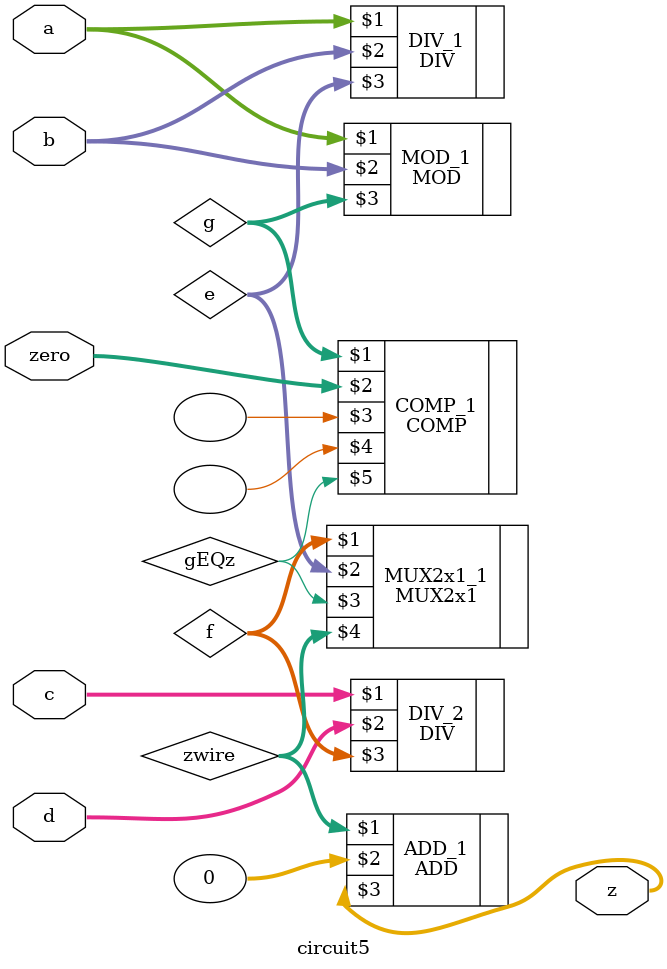
<source format=v>
`timescale 1ns / 1ns
module circuit5(a, b, c, d, zero, z);
        input [63:0] a, b, c, d, zero;
        
        output [63:0] z;
        
        wire [63:0] e, f, g, zwire;
        wire gEQz;
        
        DIV #(.DATAWIDTH(64)) DIV_1(a, b, e); // e = a / b
        DIV #(.DATAWIDTH(64)) DIV_2(c, d, f); // f = c / d
        MOD #(.DATAWIDTH(64)) MOD_1(a,b,g); // g = a % b
        COMP #(.DATAWIDTH(64)) COMP_1(g,zero,,,gEQz); // gEQz = g == zero
        MUX2x1 #(.DATAWIDTH(64)) MUX2x1_1(f,e,gEQz,zwire); // zwire = gEQz ? e : f
        ADD #(.DATAWIDTH(64)) ADD_1(zwire, 0, z); // z = zwire
        
endmodule

</source>
